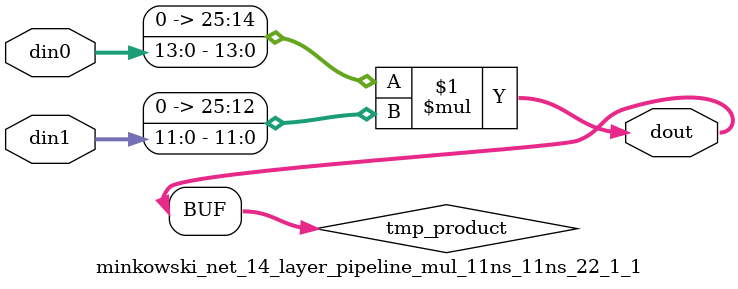
<source format=v>

`timescale 1 ns / 1 ps

 module minkowski_net_14_layer_pipeline_mul_11ns_11ns_22_1_1(din0, din1, dout);
parameter ID = 1;
parameter NUM_STAGE = 0;
parameter din0_WIDTH = 14;
parameter din1_WIDTH = 12;
parameter dout_WIDTH = 26;

input [din0_WIDTH - 1 : 0] din0; 
input [din1_WIDTH - 1 : 0] din1; 
output [dout_WIDTH - 1 : 0] dout;

wire signed [dout_WIDTH - 1 : 0] tmp_product;
























assign tmp_product = $signed({1'b0, din0}) * $signed({1'b0, din1});











assign dout = tmp_product;





















endmodule

</source>
